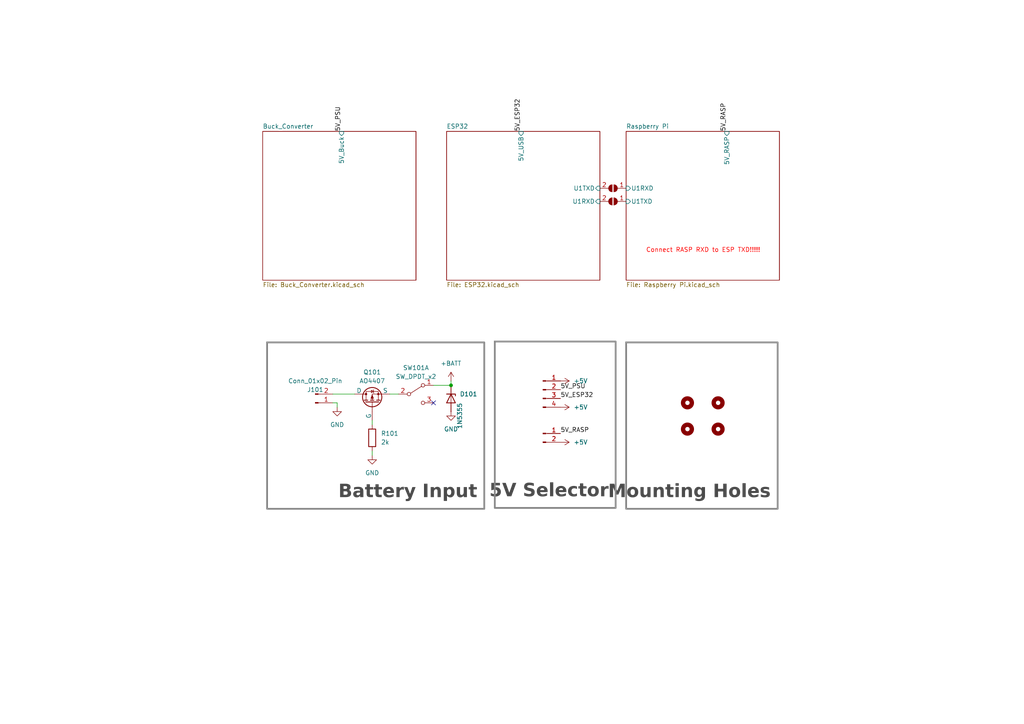
<source format=kicad_sch>
(kicad_sch (version 20231120) (generator "eeschema") (generator_version "8.0")
  (paper "A4")
  (lib_symbols
    (symbol "Connector:Conn_01x02_Pin" (pin_names (offset 1.016) hide)
      (property "Reference" "J" (at 0 2.54 0))
      (property "Value" "Conn_01x02_Pin" (at 0 -5.08 0))
      (symbol "Conn_01x02_Pin_1_1"
        (polyline (pts (xy 1.27 -2.54) (xy 0.8636 -2.54)) (stroke (width 0.1524)))
        (polyline (pts (xy 1.27 0) (xy 0.8636 0)) (stroke (width 0.1524)))
        (rectangle (start 0.8636 -2.413) (end 0 -2.667) (stroke (width 0.1524)) (fill (type outline)))
        (rectangle (start 0.8636 0.127) (end 0 -0.127) (stroke (width 0.1524)) (fill (type outline)))
        (pin passive line (at 5.08 0 180) (length 3.81) (name "Pin_1") (number "1"))
        (pin passive line (at 5.08 -2.54 180) (length 3.81) (name "Pin_2") (number "2"))
      )
    )
    (symbol "Connector:Conn_01x04_Pin" (pin_names (offset 1.016) hide)
      (property "Reference" "J" (at 0 5.08 0))
      (property "Value" "Conn_01x04_Pin" (at 0 -7.62 0))
      (symbol "Conn_01x04_Pin_1_1"
        (polyline (pts (xy 1.27 -5.08) (xy 0.8636 -5.08)) (stroke (width 0.1524)))
        (polyline (pts (xy 1.27 -2.54) (xy 0.8636 -2.54)) (stroke (width 0.1524)))
        (polyline (pts (xy 1.27 0) (xy 0.8636 0)) (stroke (width 0.1524)))
        (polyline (pts (xy 1.27 2.54) (xy 0.8636 2.54)) (stroke (width 0.1524)))
        (rectangle (start 0.8636 -4.953) (end 0 -5.207) (stroke (width 0.1524)) (fill (type outline)))
        (rectangle (start 0.8636 -2.413) (end 0 -2.667) (stroke (width 0.1524)) (fill (type outline)))
        (rectangle (start 0.8636 0.127) (end 0 -0.127) (stroke (width 0.1524)) (fill (type outline)))
        (rectangle (start 0.8636 2.667) (end 0 2.413) (stroke (width 0.1524)) (fill (type outline)))
        (pin passive line (at 5.08 2.54 180) (length 3.81) (name "Pin_1") (number "1"))
        (pin passive line (at 5.08 0 180) (length 3.81) (name "Pin_2") (number "2"))
        (pin passive line (at 5.08 -2.54 180) (length 3.81) (name "Pin_3") (number "3"))
        (pin passive line (at 5.08 -5.08 180) (length 3.81) (name "Pin_4") (number "4"))
      )
    )
    (symbol "Device:D_Zener" (pin_numbers hide) (pin_names (offset 1.016) hide)
      (property "Reference" "D" (at 0 2.54 0))
      (property "Value" "D_Zener" (at 0 -2.54 0))
      (symbol "D_Zener_0_1"
        (polyline (pts (xy 1.27 0) (xy -1.27 0)))
        (polyline (pts (xy -1.27 -1.27) (xy -1.27 1.27) (xy -0.762 1.27)) (stroke (width 0.254)))
        (polyline (pts (xy 1.27 -1.27) (xy 1.27 1.27) (xy -1.27 0) (xy 1.27 -1.27)) (stroke (width 0.254)))
      )
      (symbol "D_Zener_1_1"
        (pin passive line (at -3.81 0 0) (length 2.54) (name "K") (number "1"))
        (pin passive line (at 3.81 0 180) (length 2.54) (name "A") (number "2"))
      )
    )
    (symbol "Device:R" (pin_numbers hide) (pin_names (offset 0))
      (property "Reference" "R" (at 2.032 0 90))
      (property "Value" "R" (at 0 0 90))
      (symbol "R_0_1"
        (rectangle (start -1.016 -2.54) (end 1.016 2.54) (stroke (width 0.254)))
      )
      (symbol "R_1_1"
        (pin passive line (at 0 3.81 270) (length 1.27) (name "~") (number "1"))
        (pin passive line (at 0 -3.81 90) (length 1.27) (name "~") (number "2"))
      )
    )
    (symbol "GND_1" (power) (pin_numbers hide) (pin_names (offset 0) hide)
      (property "Value" "GND" (at 0 -3.81 0))
      (symbol "GND_1_0_1"
        (polyline (pts (xy 0 0) (xy 0 -1.27) (xy 1.27 -1.27) (xy 0 -2.54) (xy -1.27 -1.27) (xy 0 -1.27)))
      )
      (symbol "GND_1_1_1"
        (pin power_in line (at 0 0 270) (length 0) (name "~") (number "1"))
      )
    )
    (symbol "Jumper:SolderJumper_2_Open" (pin_names (offset 0) hide)
      (property "Reference" "JP" (at 0 2.032 0))
      (property "Value" "SolderJumper_2_Open" (at 0 -2.54 0))
      (symbol "SolderJumper_2_Open_0_1"
        (arc (start -0.254 1.016) (mid -1.2656 0) (end -0.254 -1.016))
        (arc (start -0.254 1.016) (mid -1.2656 0) (end -0.254 -1.016) (fill (type outline)))
        (polyline (pts (xy -0.254 1.016) (xy -0.254 -1.016)))
        (polyline (pts (xy 0.254 1.016) (xy 0.254 -1.016)))
        (arc (start 0.254 -1.016) (mid 1.2656 0) (end 0.254 1.016))
        (arc (start 0.254 -1.016) (mid 1.2656 0) (end 0.254 1.016) (fill (type outline)))
      )
      (symbol "SolderJumper_2_Open_1_1"
        (pin passive line (at -3.81 0 0) (length 2.54) (name "A") (number "1"))
        (pin passive line (at 3.81 0 180) (length 2.54) (name "B") (number "2"))
      )
    )
    (symbol "Mechanical:MountingHole" (pin_names (offset 1.016))
      (property "Reference" "H" (at 0 5.08 0))
      (property "Value" "MountingHole" (at 0 3.175 0))
      (symbol "MountingHole_0_1"
        (circle (center 0 0) (radius 1.27) (stroke (width 1.27)))
      )
    )
    (symbol "Simulation_SPICE:PMOS" (pin_numbers hide) (pin_names (offset 0))
      (property "Reference" "Q" (at 5.08 1.27 0))
      (property "Value" "PMOS" (at 5.08 -1.27 0))
      (symbol "PMOS_0_1"
        (polyline (pts (xy 0.254 0) (xy -2.54 0)))
        (polyline (pts (xy 0.254 1.905) (xy 0.254 -1.905)) (stroke (width 0.254)))
        (polyline (pts (xy 0.762 -1.27) (xy 0.762 -2.286)) (stroke (width 0.254)))
        (polyline (pts (xy 0.762 0.508) (xy 0.762 -0.508)) (stroke (width 0.254)))
        (polyline (pts (xy 0.762 2.286) (xy 0.762 1.27)) (stroke (width 0.254)))
        (polyline (pts (xy 2.54 2.54) (xy 2.54 1.778)))
        (polyline (pts (xy 2.54 -2.54) (xy 2.54 0) (xy 0.762 0)))
        (polyline (pts (xy 0.762 1.778) (xy 3.302 1.778) (xy 3.302 -1.778) (xy 0.762 -1.778)))
        (polyline (pts (xy 2.286 0) (xy 1.27 0.381) (xy 1.27 -0.381) (xy 2.286 0)) (fill (type outline)))
        (polyline (pts (xy 2.794 -0.508) (xy 2.921 -0.381) (xy 3.683 -0.381) (xy 3.81 -0.254)))
        (polyline (pts (xy 3.302 -0.381) (xy 2.921 0.254) (xy 3.683 0.254) (xy 3.302 -0.381)))
        (circle (center 1.651 0) (radius 2.794) (stroke (width 0.254)))
        (circle (center 2.54 -1.778) (radius 0.254) (fill (type outline)))
        (circle (center 2.54 1.778) (radius 0.254) (fill (type outline)))
      )
      (symbol "PMOS_1_1"
        (pin passive line (at 2.54 5.08 270) (length 2.54) (name "D") (number "1"))
        (pin input line (at -5.08 0 0) (length 2.54) (name "G") (number "2"))
        (pin passive line (at 2.54 -5.08 90) (length 2.54) (name "S") (number "3"))
      )
    )
    (symbol "Switch:SW_DPDT_x2" (pin_names (offset 0) hide)
      (property "Reference" "SW" (at 0 4.318 0))
      (property "Value" "SW_DPDT_x2" (at 0 -5.08 0))
      (symbol "SW_DPDT_x2_0_0"
        (circle (center -2.032 0) (radius 0.508))
        (circle (center 2.032 -2.54) (radius 0.508))
      )
      (symbol "SW_DPDT_x2_0_1"
        (polyline (pts (xy -1.524 0.254) (xy 1.651 2.286)))
        (circle (center 2.032 2.54) (radius 0.508))
      )
      (symbol "SW_DPDT_x2_1_1"
        (pin passive line (at 5.08 2.54 180) (length 2.54) (name "A") (number "1"))
        (pin passive line (at -5.08 0 0) (length 2.54) (name "B") (number "2"))
        (pin passive line (at 5.08 -2.54 180) (length 2.54) (name "C") (number "3"))
      )
      (symbol "SW_DPDT_x2_2_1"
        (pin passive line (at 5.08 2.54 180) (length 2.54) (name "A") (number "4"))
        (pin passive line (at -5.08 0 0) (length 2.54) (name "B") (number "5"))
        (pin passive line (at 5.08 -2.54 180) (length 2.54) (name "C") (number "6"))
      )
    )
    (symbol "power:+5V" (power) (pin_names (offset 0))
      (property "Value" "+5V" (at 0 3.556 0))
      (symbol "+5V_0_1"
        (polyline (pts (xy -0.762 1.27) (xy 0 2.54)))
        (polyline (pts (xy 0 0) (xy 0 2.54)))
        (polyline (pts (xy 0 2.54) (xy 0.762 1.27)))
      )
      (symbol "+5V_1_1"
        (pin power_in line (at 0 0 90) (length 0) hide (name "+5V") (number "1"))
      )
    )
    (symbol "power:+BATT" (power) (pin_names (offset 0))
      (property "Value" "+BATT" (at 0 3.556 0))
      (symbol "+BATT_0_1"
        (polyline (pts (xy -0.762 1.27) (xy 0 2.54)))
        (polyline (pts (xy 0 0) (xy 0 2.54)))
        (polyline (pts (xy 0 2.54) (xy 0.762 1.27)))
      )
      (symbol "+BATT_1_1"
        (pin power_in line (at 0 0 90) (length 0) hide (name "+BATT") (number "1"))
      )
    )
    (symbol "power:GND" (power) (pin_names (offset 0))
      (property "Value" "GND" (at 0 -3.81 0))
      (symbol "GND_0_1"
        (polyline (pts (xy 0 0) (xy 0 -1.27) (xy 1.27 -1.27) (xy 0 -2.54) (xy -1.27 -1.27) (xy 0 -1.27)))
      )
      (symbol "GND_1_1"
        (pin power_in line (at 0 0 270) (length 0) hide (name "GND") (number "1"))
      )
    )
  )
  (junction (at 130.81 111.76))
  (no_connect (at 125.73 116.84))
  (wire (pts (xy 96.52 116.84) (xy 97.79 116.84)))
  (wire (pts (xy 130.81 110.49) (xy 130.81 111.76)))
  (wire (pts (xy 107.95 121.92) (xy 107.95 123.19)))
  (wire (pts (xy 96.52 114.3) (xy 102.87 114.3)))
  (wire (pts (xy 107.95 130.81) (xy 107.95 132.08)))
  (wire (pts (xy 113.03 114.3) (xy 115.57 114.3)))
  (wire (pts (xy 97.79 116.84) (xy 97.79 118.11)))
  (wire (pts (xy 130.81 111.76) (xy 125.73 111.76)))
  (rectangle (start 143.51 99.06) (end 178.562 147.32) (stroke (width 0.508) (color 132 132 132 1)))
  (rectangle (start 77.47 99.314) (end 140.462 147.574) (stroke (width 0.508) (color 132 132 132 1)))
  (rectangle (start 181.61 99.314) (end 225.552 147.574) (stroke (width 0.508) (color 132 132 132 1)))
  (text "Battery Input" (at 138.43 146.05 0) (effects (font (size 3.81 3.81) (thickness 0.254) (bold yes)) (justify right bottom)))
  (text "Connect RASP RXD to ESP TXD!!!!!" (at 203.962 72.644 0) (effects (font (size 1.27 1.27))))
  (text "5V Selector" (at 176.53 145.796 0) (effects (font (size 3.81 3.81) (thickness 0.254) (bold yes)) (justify right bottom)))
  (text "Mounting Holes" (at 223.52 146.05 0) (effects (font (size 3.81 3.81) (thickness 0.254) (bold yes)) (justify right bottom)))
  (label "5V_RASP" (at 210.82 38.1 90))
  (label "5V_RASP" (at 162.56 125.73 0))
  (label "5V_ESP32" (at 162.56 115.57 0))
  (label "5V_PSU" (at 99.06 38.1 90))
  (label "5V_ESP32" (at 151.13 38.1 90))
  (label "5V_PSU" (at 162.56 113.03 0))
  (symbol (lib_name "GND_1") (lib_id "power:GND") (at 130.81 119.38 0) (unit 1)
    (property "Reference" "#PWR0106" (effects (hide yes)))
    (property "Value" "GND" (at 130.81 124.46 0))
    (property "Description" "Power symbol creates a global label with name \"GND\" , ground" (effects (hide yes)))
  )
  (symbol (lib_id "Mechanical:MountingHole") (at 199.39 116.84 0) (unit 1)
    (property "Reference" "H101" (effects (hide yes)))
    (property "Value" "MountingHole" (effects (hide yes)))
    (property "Footprint" "Custom:M2.5M3" (effects (hide yes)))
    (property "Description" "Mounting Hole without connection" (effects (hide yes)))
  )
  (symbol (lib_id "power:+5V") (at 162.56 118.11 270) (unit 1)
    (property "Reference" "#PWR0104" (effects (hide yes)))
    (property "Value" "+5V" (at 166.37 118.1099 90) (effects (justify left)))
  )
  (symbol (lib_id "Jumper:SolderJumper_2_Open") (at 177.8 54.61 180) (unit 1)
    (property "Reference" "JP103" (effects (hide yes)))
    (property "Value" "SolderJumper_2_Open" (effects (hide yes)))
    (property "Footprint" "Jumper:SolderJumper-2_P1.3mm_Bridged_RoundedPad1.0x1.5mm" (effects (hide yes)))
  )
  (symbol (lib_id "Mechanical:MountingHole") (at 208.28 124.46 0) (unit 1)
    (property "Reference" "H104" (effects (hide yes)))
    (property "Value" "MountingHole" (effects (hide yes)))
    (property "Footprint" "Custom:M2.5M3" (effects (hide yes)))
    (property "Description" "Mounting Hole without connection" (effects (hide yes)))
  )
  (symbol (lib_id "power:+5V") (at 162.56 128.27 270) (unit 1)
    (property "Reference" "#PWR0105" (effects (hide yes)))
    (property "Value" "+5V" (at 166.37 128.2699 90) (effects (justify left)))
  )
  (symbol (lib_id "Connector:Conn_01x04_Pin") (at 157.48 113.03 0) (unit 1)
    (property "Reference" "J102" (effects (hide yes)))
    (property "Value" "Conn_01x04_Pin" (effects (hide yes)))
    (property "Footprint" "Connector_PinHeader_2.54mm:PinHeader_2x02_P2.54mm_Vertical" (effects (hide yes)))
    (property "Description" "Generic connector, single row, 01x04, script generated" (effects (hide yes)))
  )
  (symbol (lib_id "Device:R") (at 107.95 127 0) (unit 1)
    (property "Reference" "R101" (at 110.49 125.7299 0) (effects (justify left)))
    (property "Value" "2k" (at 110.49 128.2699 0) (effects (justify left)))
    (property "Footprint" "Resistor_SMD:R_0805_2012Metric" (effects (hide yes)))
    (property "LCSC" "C17604" (effects (hide yes)))
  )
  (symbol (lib_id "Device:D_Zener") (at 130.81 115.57 270) (unit 1)
    (property "Reference" "D101" (at 133.35 114.2999 90) (effects (justify left)))
    (property "Value" "1N5355" (at 133.35 116.8399 0) (effects (justify left)))
    (property "Footprint" "Diode_THT:D_DO-201_P3.81mm_Vertical_AnodeUp" (effects (hide yes)))
    (property "Description" "Zener diode" (effects (hide yes)))
  )
  (symbol (lib_id "Mechanical:MountingHole") (at 208.28 116.84 0) (unit 1)
    (property "Reference" "H103" (effects (hide yes)))
    (property "Value" "MountingHole" (effects (hide yes)))
    (property "Footprint" "Custom:M2.5M3" (effects (hide yes)))
    (property "Description" "Mounting Hole without connection" (effects (hide yes)))
  )
  (symbol (lib_id "Connector:Conn_01x02_Pin") (at 91.44 116.84 0) (mirror x) (unit 1)
    (property "Reference" "J101" (at 91.44 113.03 0))
    (property "Value" "Conn_01x02_Pin" (at 91.44 110.49 0))
    (property "Footprint" "Connector_AMASS:AMASS_XT30UPB-M_1x02_P5.0mm_Vertical" (effects (hide yes)))
  )
  (symbol (lib_id "power:GND") (at 107.95 132.08 0) (unit 1)
    (property "Reference" "#PWR0102" (effects (hide yes)))
    (property "Value" "GND" (at 107.95 137.16 0))
  )
  (symbol (lib_id "Connector:Conn_01x02_Pin") (at 157.48 125.73 0) (unit 1)
    (property "Reference" "J103" (effects (hide yes)))
    (property "Value" "Conn_01x02_Pin" (effects (hide yes)))
    (property "Footprint" "Connector_PinHeader_2.54mm:PinHeader_1x02_P2.54mm_Vertical" (effects (hide yes)))
    (property "Description" "Generic connector, single row, 01x02, script generated" (effects (hide yes)))
  )
  (symbol (lib_id "power:+BATT") (at 130.81 110.49 0) (unit 1)
    (property "Reference" "#PWR0103" (effects (hide yes)))
    (property "Value" "+BATT" (at 130.81 105.41 0))
  )
  (symbol (lib_id "power:+5V") (at 162.56 110.49 270) (unit 1)
    (property "Reference" "#PWR0107" (effects (hide yes)))
    (property "Value" "+5V" (at 166.37 110.4899 90) (effects (justify left)))
  )
  (symbol (lib_id "Simulation_SPICE:PMOS") (at 107.95 116.84 90) (unit 1)
    (property "Reference" "Q101" (at 107.95 107.95 90))
    (property "Value" "AO4407" (at 107.95 110.49 90))
    (property "Footprint" "Package_SO:SOP-8_3.76x4.96mm_P1.27mm" (effects (hide yes)))
    (property "Datasheet" "https://ngspice.sourceforge.io/docs/ngspice-manual.pdf" (effects (hide yes)))
    (property "Sim.Device" "PMOS" (effects (hide yes)))
    (property "Sim.Type" "VDMOS" (effects (hide yes)))
    (property "Sim.Pins" "1=D 2=G 3=S" (effects (hide yes)))
    (property "LCSC" "C469397" (effects (hide yes)))
  )
  (symbol (lib_id "Jumper:SolderJumper_2_Open") (at 177.8 58.42 180) (unit 1)
    (property "Reference" "JP104" (effects (hide yes)))
    (property "Value" "SolderJumper_2_Open" (effects (hide yes)))
    (property "Footprint" "Jumper:SolderJumper-2_P1.3mm_Bridged_RoundedPad1.0x1.5mm" (effects (hide yes)))
  )
  (symbol (lib_id "Switch:SW_DPDT_x2") (at 120.65 114.3 0) (unit 1)
    (property "Reference" "SW101" (at 120.65 106.68 0))
    (property "Value" "SW_DPDT_x2" (at 120.65 109.22 0))
    (property "Footprint" "Custom:5Amp_Switch" (effects (hide yes)))
    (property "LCSC" "C2884744" (effects (hide yes)))
  )
  (symbol (lib_id "Mechanical:MountingHole") (at 199.39 124.46 0) (unit 1)
    (property "Reference" "H102" (effects (hide yes)))
    (property "Value" "MountingHole" (effects (hide yes)))
    (property "Footprint" "Custom:M2.5M3" (effects (hide yes)))
    (property "Description" "Mounting Hole without connection" (effects (hide yes)))
  )
  (symbol (lib_id "power:GND") (at 97.79 118.11 0) (unit 1)
    (property "Reference" "#PWR0101" (effects (hide yes)))
    (property "Value" "GND" (at 97.79 123.19 0))
  )
  (sheet (at 129.54 38.1) (size 44.45 43.18) (stroke (width 0.1524))
    (property "Sheetname" "ESP32" (at 129.54 37.3884 0) (effects (justify left bottom)))
    (property "Sheetfile" "ESP32.kicad_sch" (at 129.54 81.8646 0) (effects (justify left top)))
    (pin "5V_USB" input (at 151.13 38.1 90))
    (pin "U1RXD" input (at 173.99 58.42 0))
    (pin "U1TXD" input (at 173.99 54.61 0))
  )
  (sheet (at 76.2 38.1) (size 44.45 43.18) (stroke (width 0.1524))
    (property "Sheetname" "Buck_Converter" (at 76.2 37.3884 0) (effects (justify left bottom)))
    (property "Sheetfile" "Buck_Converter.kicad_sch" (at 76.2 81.8646 0) (effects (justify left top)))
    (pin "5V_Buck" input (at 99.06 38.1 90))
  )
  (sheet (at 181.61 38.1) (size 44.45 43.18) (stroke (width 0.1524))
    (property "Sheetname" "Raspberry Pi" (at 181.61 37.3884 0) (effects (justify left bottom)))
    (property "Sheetfile" "Raspberry Pi.kicad_sch" (at 181.61 81.8646 0) (effects (justify left top)))
    (pin "U1RXD" input (at 181.61 54.61 180))
    (pin "U1TXD" input (at 181.61 58.42 180))
    (pin "5V_RASP" input (at 210.82 38.1 90))
  )
)
</source>
